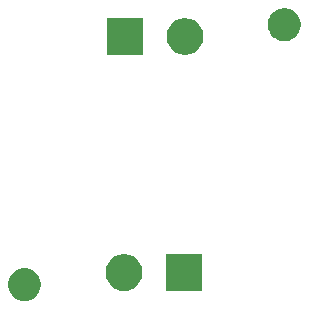
<source format=gbs>
G04 #@! TF.GenerationSoftware,KiCad,Pcbnew,5.1.4-e60b266~84~ubuntu18.04.1*
G04 #@! TF.CreationDate,2019-08-17T00:39:34+05:30*
G04 #@! TF.ProjectId,SFH4715AS_breakout,53464834-3731-4354-9153-5f627265616b,rev?*
G04 #@! TF.SameCoordinates,Original*
G04 #@! TF.FileFunction,Soldermask,Bot*
G04 #@! TF.FilePolarity,Negative*
%FSLAX46Y46*%
G04 Gerber Fmt 4.6, Leading zero omitted, Abs format (unit mm)*
G04 Created by KiCad (PCBNEW 5.1.4-e60b266~84~ubuntu18.04.1) date 2019-08-17 00:39:34*
%MOMM*%
%LPD*%
G04 APERTURE LIST*
%ADD10C,0.100000*%
G04 APERTURE END LIST*
D10*
G36*
X14318433Y-34634893D02*
G01*
X14408657Y-34652839D01*
X14514267Y-34696585D01*
X14663621Y-34758449D01*
X14663622Y-34758450D01*
X14893086Y-34911772D01*
X15088228Y-35106914D01*
X15190675Y-35260237D01*
X15241551Y-35336379D01*
X15347161Y-35591344D01*
X15401000Y-35862012D01*
X15401000Y-36137988D01*
X15347161Y-36408656D01*
X15241551Y-36663621D01*
X15241550Y-36663622D01*
X15088228Y-36893086D01*
X14893086Y-37088228D01*
X14739763Y-37190675D01*
X14663621Y-37241551D01*
X14514267Y-37303415D01*
X14408657Y-37347161D01*
X14318433Y-37365107D01*
X14137988Y-37401000D01*
X13862012Y-37401000D01*
X13681567Y-37365107D01*
X13591343Y-37347161D01*
X13485733Y-37303415D01*
X13336379Y-37241551D01*
X13260237Y-37190675D01*
X13106914Y-37088228D01*
X12911772Y-36893086D01*
X12758450Y-36663622D01*
X12758449Y-36663621D01*
X12652839Y-36408656D01*
X12599000Y-36137988D01*
X12599000Y-35862012D01*
X12652839Y-35591344D01*
X12758449Y-35336379D01*
X12809325Y-35260237D01*
X12911772Y-35106914D01*
X13106914Y-34911772D01*
X13336378Y-34758450D01*
X13336379Y-34758449D01*
X13485733Y-34696585D01*
X13591343Y-34652839D01*
X13681567Y-34634893D01*
X13862012Y-34599000D01*
X14137988Y-34599000D01*
X14318433Y-34634893D01*
X14318433Y-34634893D01*
G37*
G36*
X29051000Y-36551000D02*
G01*
X25949000Y-36551000D01*
X25949000Y-33449000D01*
X29051000Y-33449000D01*
X29051000Y-36551000D01*
X29051000Y-36551000D01*
G37*
G36*
X22722585Y-33478802D02*
G01*
X22872410Y-33508604D01*
X23154674Y-33625521D01*
X23408705Y-33795259D01*
X23624741Y-34011295D01*
X23794479Y-34265326D01*
X23911396Y-34547590D01*
X23971000Y-34847240D01*
X23971000Y-35152760D01*
X23911396Y-35452410D01*
X23794479Y-35734674D01*
X23624741Y-35988705D01*
X23408705Y-36204741D01*
X23154674Y-36374479D01*
X22872410Y-36491396D01*
X22722585Y-36521198D01*
X22572761Y-36551000D01*
X22267239Y-36551000D01*
X22117415Y-36521198D01*
X21967590Y-36491396D01*
X21685326Y-36374479D01*
X21431295Y-36204741D01*
X21215259Y-35988705D01*
X21045521Y-35734674D01*
X20928604Y-35452410D01*
X20869000Y-35152760D01*
X20869000Y-34847240D01*
X20928604Y-34547590D01*
X21045521Y-34265326D01*
X21215259Y-34011295D01*
X21431295Y-33795259D01*
X21685326Y-33625521D01*
X21967590Y-33508604D01*
X22117415Y-33478802D01*
X22267239Y-33449000D01*
X22572761Y-33449000D01*
X22722585Y-33478802D01*
X22722585Y-33478802D01*
G37*
G36*
X27882585Y-13478802D02*
G01*
X28032410Y-13508604D01*
X28314674Y-13625521D01*
X28568705Y-13795259D01*
X28784741Y-14011295D01*
X28954479Y-14265326D01*
X29071396Y-14547590D01*
X29131000Y-14847240D01*
X29131000Y-15152760D01*
X29071396Y-15452410D01*
X28954479Y-15734674D01*
X28784741Y-15988705D01*
X28568705Y-16204741D01*
X28314674Y-16374479D01*
X28032410Y-16491396D01*
X27882585Y-16521198D01*
X27732761Y-16551000D01*
X27427239Y-16551000D01*
X27277415Y-16521198D01*
X27127590Y-16491396D01*
X26845326Y-16374479D01*
X26591295Y-16204741D01*
X26375259Y-15988705D01*
X26205521Y-15734674D01*
X26088604Y-15452410D01*
X26029000Y-15152760D01*
X26029000Y-14847240D01*
X26088604Y-14547590D01*
X26205521Y-14265326D01*
X26375259Y-14011295D01*
X26591295Y-13795259D01*
X26845326Y-13625521D01*
X27127590Y-13508604D01*
X27277415Y-13478802D01*
X27427239Y-13449000D01*
X27732761Y-13449000D01*
X27882585Y-13478802D01*
X27882585Y-13478802D01*
G37*
G36*
X24051000Y-16551000D02*
G01*
X20949000Y-16551000D01*
X20949000Y-13449000D01*
X24051000Y-13449000D01*
X24051000Y-16551000D01*
X24051000Y-16551000D01*
G37*
G36*
X36318433Y-12634893D02*
G01*
X36408657Y-12652839D01*
X36514267Y-12696585D01*
X36663621Y-12758449D01*
X36663622Y-12758450D01*
X36893086Y-12911772D01*
X37088228Y-13106914D01*
X37190675Y-13260237D01*
X37241551Y-13336379D01*
X37347161Y-13591344D01*
X37401000Y-13862012D01*
X37401000Y-14137988D01*
X37347161Y-14408656D01*
X37241551Y-14663621D01*
X37241550Y-14663622D01*
X37088228Y-14893086D01*
X36893086Y-15088228D01*
X36796506Y-15152760D01*
X36663621Y-15241551D01*
X36514267Y-15303415D01*
X36408657Y-15347161D01*
X36318433Y-15365107D01*
X36137988Y-15401000D01*
X35862012Y-15401000D01*
X35681567Y-15365107D01*
X35591343Y-15347161D01*
X35485733Y-15303415D01*
X35336379Y-15241551D01*
X35203494Y-15152760D01*
X35106914Y-15088228D01*
X34911772Y-14893086D01*
X34758450Y-14663622D01*
X34758449Y-14663621D01*
X34652839Y-14408656D01*
X34599000Y-14137988D01*
X34599000Y-13862012D01*
X34652839Y-13591344D01*
X34758449Y-13336379D01*
X34809325Y-13260237D01*
X34911772Y-13106914D01*
X35106914Y-12911772D01*
X35336378Y-12758450D01*
X35336379Y-12758449D01*
X35485733Y-12696585D01*
X35591343Y-12652839D01*
X35681567Y-12634893D01*
X35862012Y-12599000D01*
X36137988Y-12599000D01*
X36318433Y-12634893D01*
X36318433Y-12634893D01*
G37*
M02*

</source>
